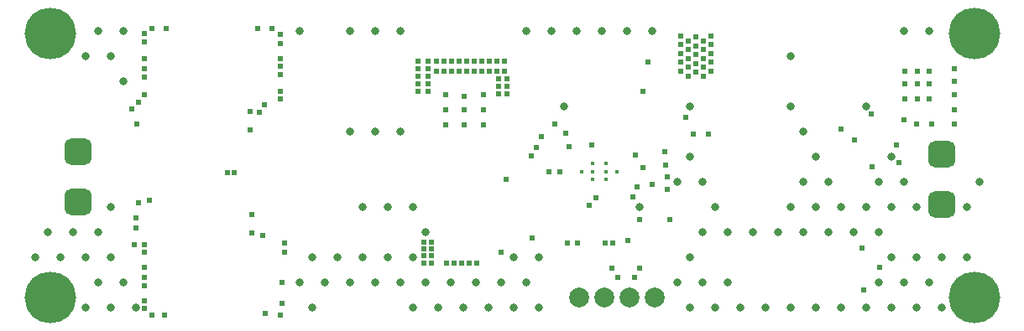
<source format=gbr>
%TF.GenerationSoftware,Altium Limited,Altium Designer,23.0.1 (38)*%
G04 Layer_Color=16711935*
%FSLAX45Y45*%
%MOMM*%
%TF.SameCoordinates,3EE063B3-4F93-4FDD-BE50-ED7C6B7A8C7B*%
%TF.FilePolarity,Negative*%
%TF.FileFunction,Soldermask,Bot*%
%TF.Part,Single*%
G01*
G75*
%TA.AperFunction,ViaPad*%
%ADD61C,0.60960*%
%ADD62C,0.40000*%
%TA.AperFunction,ComponentPad*%
G04:AMPARAMS|DCode=85|XSize=2.7032mm|YSize=2.7032mm|CornerRadius=0.7266mm|HoleSize=0mm|Usage=FLASHONLY|Rotation=270.000|XOffset=0mm|YOffset=0mm|HoleType=Round|Shape=RoundedRectangle|*
%AMROUNDEDRECTD85*
21,1,2.70320,1.25000,0,0,270.0*
21,1,1.25000,2.70320,0,0,270.0*
1,1,1.45320,-0.62500,-0.62500*
1,1,1.45320,-0.62500,0.62500*
1,1,1.45320,0.62500,0.62500*
1,1,1.45320,0.62500,-0.62500*
%
%ADD85ROUNDEDRECTD85*%
%ADD86C,2.00320*%
%ADD87C,5.20320*%
%TA.AperFunction,ViaPad*%
%ADD88C,0.81280*%
D61*
X6032500Y2374900D02*
D03*
X5981700Y2082800D02*
D03*
X6197600Y1473200D02*
D03*
X6210300Y1333500D02*
D03*
X6223000Y1219200D02*
D03*
Y1092200D02*
D03*
X5905500Y1435100D02*
D03*
X5981700Y1308100D02*
D03*
X5918200Y1117600D02*
D03*
X5880100Y1016000D02*
D03*
X5143500Y1270000D02*
D03*
X4178300Y2032000D02*
D03*
X8610600Y1790700D02*
D03*
X8737600Y1752600D02*
D03*
X8890000D02*
D03*
X9118600D02*
D03*
Y1892300D02*
D03*
Y2044700D02*
D03*
Y2184400D02*
D03*
Y2311400D02*
D03*
X8750300Y2286000D02*
D03*
Y2159000D02*
D03*
Y2006600D02*
D03*
X8864600D02*
D03*
X8623300D02*
D03*
X8864600Y2159000D02*
D03*
X8623300D02*
D03*
X8864600Y2286000D02*
D03*
X8623300D02*
D03*
X4953000Y1625600D02*
D03*
X5092700Y1752600D02*
D03*
X4368800Y1892300D02*
D03*
X4178300D02*
D03*
X3987800Y2044700D02*
D03*
Y1892300D02*
D03*
Y1739900D02*
D03*
X4178300D02*
D03*
X4368800D02*
D03*
Y2044700D02*
D03*
X1155700Y-177800D02*
D03*
X1028700D02*
D03*
X952500Y-114300D02*
D03*
Y-38100D02*
D03*
Y114300D02*
D03*
Y203200D02*
D03*
Y304800D02*
D03*
Y457200D02*
D03*
Y533400D02*
D03*
X850900D02*
D03*
X863600Y698500D02*
D03*
Y800100D02*
D03*
X889000Y952500D02*
D03*
X1003300Y977900D02*
D03*
X876300Y1752600D02*
D03*
X825500Y1905000D02*
D03*
X889000Y1968500D02*
D03*
X952500Y2044700D02*
D03*
Y2222500D02*
D03*
Y2311400D02*
D03*
Y2413000D02*
D03*
Y2578100D02*
D03*
Y2667000D02*
D03*
X1028700Y2717800D02*
D03*
X1168400D02*
D03*
X2095500D02*
D03*
X2235200D02*
D03*
X2324100Y2654300D02*
D03*
Y2565400D02*
D03*
Y2413000D02*
D03*
Y2336800D02*
D03*
Y2247900D02*
D03*
Y2082800D02*
D03*
Y2006600D02*
D03*
X2159000Y1943100D02*
D03*
X2019300Y1879600D02*
D03*
X2108200Y1866900D02*
D03*
X2019300Y1689100D02*
D03*
X2032000Y838200D02*
D03*
Y647700D02*
D03*
X2146300Y622300D02*
D03*
X2362200Y546100D02*
D03*
Y457200D02*
D03*
X2336800Y152400D02*
D03*
Y-63500D02*
D03*
X2324100Y-177800D02*
D03*
X2171700Y-165100D02*
D03*
X3848100Y558800D02*
D03*
X3771900D02*
D03*
X3849193Y487057D02*
D03*
X3772993D02*
D03*
X3848100Y419100D02*
D03*
X3771900D02*
D03*
Y342900D02*
D03*
X3848100D02*
D03*
X4305300D02*
D03*
X4229100D02*
D03*
X4152900D02*
D03*
X4076700D02*
D03*
X4000500D02*
D03*
X5219700Y546100D02*
D03*
X5321300D02*
D03*
X5829300Y571500D02*
D03*
X5664200Y292100D02*
D03*
X5727700Y203200D02*
D03*
X5892800D02*
D03*
X5943600Y292100D02*
D03*
X6413500Y1816100D02*
D03*
X6489700Y1651000D02*
D03*
X6642100D02*
D03*
X8204200Y76200D02*
D03*
X8191500Y495300D02*
D03*
X8369300Y304800D02*
D03*
X8534400Y1536700D02*
D03*
X8559800Y1358900D02*
D03*
X8293100Y1320800D02*
D03*
X8280400Y1854200D02*
D03*
X8115300Y1587500D02*
D03*
X7975600Y1701800D02*
D03*
X4521200Y2057400D02*
D03*
X4610100D02*
D03*
X4521200Y2133600D02*
D03*
X4610100D02*
D03*
X4521200Y2209800D02*
D03*
X4610100D02*
D03*
X4584700Y2387600D02*
D03*
Y2286000D02*
D03*
X4508500Y2387600D02*
D03*
Y2286000D02*
D03*
X4432300Y2387600D02*
D03*
Y2286000D02*
D03*
X4356100Y2387600D02*
D03*
Y2286000D02*
D03*
X4279900Y2387600D02*
D03*
Y2286000D02*
D03*
X4203700Y2387600D02*
D03*
Y2286000D02*
D03*
X4127500Y2387600D02*
D03*
Y2286000D02*
D03*
X4051300Y2387600D02*
D03*
Y2286000D02*
D03*
X3975100Y2387600D02*
D03*
Y2286000D02*
D03*
X3898900Y2387600D02*
D03*
Y2286000D02*
D03*
X3810000Y2387600D02*
D03*
X3708400D02*
D03*
X3810000Y2311400D02*
D03*
X3708400D02*
D03*
X3810000Y2235200D02*
D03*
X3708400D02*
D03*
X3810000Y2159000D02*
D03*
X3708400D02*
D03*
Y2082800D02*
D03*
X3810000D02*
D03*
X6667500Y2286000D02*
D03*
Y2374900D02*
D03*
Y2463800D02*
D03*
Y2552700D02*
D03*
Y2641600D02*
D03*
X6591300Y2235200D02*
D03*
Y2324100D02*
D03*
Y2413000D02*
D03*
Y2501900D02*
D03*
Y2590800D02*
D03*
X6515100Y2273300D02*
D03*
Y2362200D02*
D03*
Y2451100D02*
D03*
Y2540000D02*
D03*
Y2628900D02*
D03*
X6438900Y2590800D02*
D03*
Y2501900D02*
D03*
Y2413000D02*
D03*
Y2324100D02*
D03*
Y2235200D02*
D03*
X6362700Y2286000D02*
D03*
Y2374900D02*
D03*
Y2463800D02*
D03*
Y2552700D02*
D03*
Y2641600D02*
D03*
X4856480Y1427480D02*
D03*
X4902200Y1516380D02*
D03*
X1858010Y1262380D02*
D03*
X1784350D02*
D03*
X5675630Y551180D02*
D03*
X5601970D02*
D03*
X5196840Y1661160D02*
D03*
X4864100Y596900D02*
D03*
X5438140Y932180D02*
D03*
X5506720Y1008478D02*
D03*
X6250940Y782690D02*
D03*
X5948680Y784860D02*
D03*
X5466371Y1540485D02*
D03*
X5232400Y1524000D02*
D03*
X6070600Y1145540D02*
D03*
X5029200Y1270000D02*
D03*
X4546600Y457200D02*
D03*
X4603000Y1193800D02*
D03*
D62*
X5605200Y1270000D02*
D03*
X5717200D02*
D03*
X5469200D02*
D03*
X5357200D02*
D03*
X5605200Y1190000D02*
D03*
Y1350000D02*
D03*
X5469200D02*
D03*
Y1190000D02*
D03*
D85*
X279400Y1473200D02*
D03*
Y965200D02*
D03*
X8991600Y939800D02*
D03*
Y1447800D02*
D03*
D86*
X6096000Y0D02*
D03*
X5842000D02*
D03*
X5588000D02*
D03*
X5334000D02*
D03*
D87*
X0Y2667000D02*
D03*
Y0D02*
D03*
X9321800D02*
D03*
Y2667000D02*
D03*
D88*
X9372600Y1168400D02*
D03*
X9245600Y914400D02*
D03*
Y406400D02*
D03*
X8991600D02*
D03*
Y-101600D02*
D03*
X8864600Y2692400D02*
D03*
X8737600Y914400D02*
D03*
Y406400D02*
D03*
X8864600Y152400D02*
D03*
X8737600Y-101600D02*
D03*
X8610600Y2692400D02*
D03*
X8483600Y1422400D02*
D03*
X8610600Y1168400D02*
D03*
X8483600Y914400D02*
D03*
Y406400D02*
D03*
X8610600Y152400D02*
D03*
X8483600Y-101600D02*
D03*
X8229600Y1930400D02*
D03*
X8356600Y1168400D02*
D03*
X8229600Y914400D02*
D03*
X8356600Y660400D02*
D03*
Y152400D02*
D03*
X8229600Y-101600D02*
D03*
X7975600Y914400D02*
D03*
X8102600Y660400D02*
D03*
X7975600Y-101600D02*
D03*
X7721600Y1422400D02*
D03*
X7848600Y1168400D02*
D03*
X7721600Y914400D02*
D03*
X7848600Y660400D02*
D03*
X7721600Y-101600D02*
D03*
X7467600Y2438400D02*
D03*
Y1930400D02*
D03*
X7594600Y1676400D02*
D03*
Y1168400D02*
D03*
X7467600Y914400D02*
D03*
X7594600Y660400D02*
D03*
X7467600Y-101600D02*
D03*
X7340600Y660400D02*
D03*
X7213600Y-101600D02*
D03*
X7086600Y660400D02*
D03*
X6959600Y-101600D02*
D03*
X6705600Y914400D02*
D03*
X6832600Y660400D02*
D03*
Y152400D02*
D03*
X6705600Y-101600D02*
D03*
X6451600Y1930400D02*
D03*
Y1422400D02*
D03*
X6578600Y1168400D02*
D03*
Y660400D02*
D03*
X6451600Y406400D02*
D03*
X6578600Y152400D02*
D03*
X6451600Y-101600D02*
D03*
X6324600Y1168400D02*
D03*
Y152400D02*
D03*
X6070600Y2692400D02*
D03*
X5943600Y914400D02*
D03*
X5816600Y2692400D02*
D03*
X5562600D02*
D03*
X5308600D02*
D03*
X5181600Y1930400D02*
D03*
X5054600Y2692400D02*
D03*
X4927600Y406400D02*
D03*
Y-101600D02*
D03*
X4800600Y2692400D02*
D03*
X4673600Y406400D02*
D03*
X4800600Y152400D02*
D03*
X4673600Y-101600D02*
D03*
X4546600Y152400D02*
D03*
X4419600Y-101600D02*
D03*
X4292600Y152400D02*
D03*
X4165600Y-101600D02*
D03*
X4038600Y152400D02*
D03*
X3911600Y-101600D02*
D03*
X3657600Y914400D02*
D03*
X3784600Y660400D02*
D03*
X3657600Y406400D02*
D03*
X3784600Y152400D02*
D03*
X3657600Y-101600D02*
D03*
X3530600Y2692400D02*
D03*
Y1676400D02*
D03*
X3403600Y914400D02*
D03*
Y406400D02*
D03*
X3530600Y152400D02*
D03*
X3276600Y2692400D02*
D03*
Y1676400D02*
D03*
X3149600Y914400D02*
D03*
Y406400D02*
D03*
X3276600Y152400D02*
D03*
X3022600Y2692400D02*
D03*
Y1676400D02*
D03*
X2895600Y406400D02*
D03*
X3022600Y152400D02*
D03*
X2641600Y406400D02*
D03*
X2768600Y152400D02*
D03*
X2641600Y-101600D02*
D03*
X2514600Y2692400D02*
D03*
Y152400D02*
D03*
X863600Y-101600D02*
D03*
X736600Y2692400D02*
D03*
X609600Y2438400D02*
D03*
X736600Y2184400D02*
D03*
X609600Y914400D02*
D03*
Y406400D02*
D03*
X736600Y152400D02*
D03*
X609600Y-101600D02*
D03*
X482600Y2692400D02*
D03*
X355600Y2438400D02*
D03*
X482600Y660400D02*
D03*
X355600Y406400D02*
D03*
X482600Y152400D02*
D03*
X355600Y-101600D02*
D03*
X228600Y660400D02*
D03*
X101600Y406400D02*
D03*
X-25400Y660400D02*
D03*
X-152400Y406400D02*
D03*
%TF.MD5,f090c9228c547d6a626de5a9dbb6f272*%
M02*

</source>
